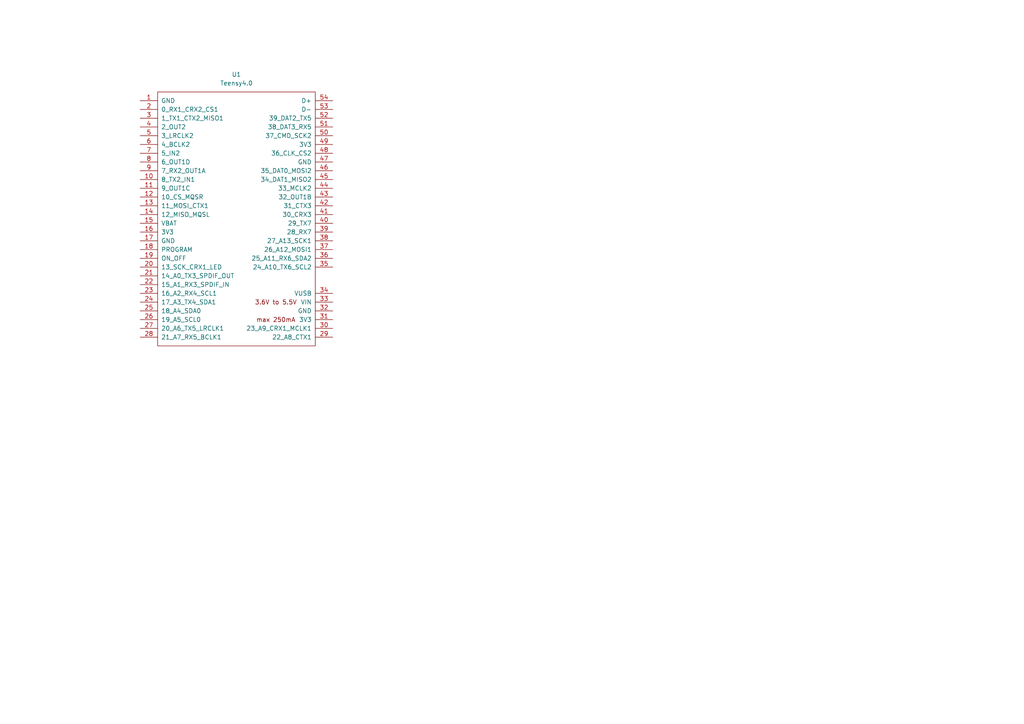
<source format=kicad_sch>
(kicad_sch (version 20211123) (generator eeschema)
  (paper "A4")
  (lib_symbols
    (symbol "Teensy:Teensy4.0" (pin_names (offset 1.016))
      (property "Reference" "U" (at 0 39.37 0))
      (property "Value" "Teensy4.0" (at 0 -39.37 0))
      (symbol "Teensy4.0_0_0"
        (text "3.6V to 5.5V" (at 11.43 -24.13 0) (effects (font (size 1.27 1.27))))
        (text "max 250mA" (at 11.43 -29.21 0) (effects (font (size 1.27 1.27))))
        (pin bidirectional line (at -27.94 11.43 0) (length 5.08) (name "8_TX2_IN1") (number "10"))
        (pin bidirectional line (at -27.94 8.89 0) (length 5.08) (name "9_OUT1C") (number "11"))
        (pin bidirectional line (at -27.94 6.35 0) (length 5.08) (name "10_CS_MQSR") (number "12"))
        (pin bidirectional line (at -27.94 3.81 0) (length 5.08) (name "11_MOSI_CTX1") (number "13"))
        (pin bidirectional line (at -27.94 1.27 0) (length 5.08) (name "12_MISO_MQSL") (number "14"))
        (pin power_in line (at -27.94 -1.27 0) (length 5.08) (name "VBAT") (number "15"))
        (pin power_in line (at -27.94 -3.81 0) (length 5.08) (name "3V3") (number "16"))
        (pin power_in line (at -27.94 -6.35 0) (length 5.08) (name "GND") (number "17"))
        (pin input line (at -27.94 -8.89 0) (length 5.08) (name "PROGRAM") (number "18"))
        (pin input line (at -27.94 -11.43 0) (length 5.08) (name "ON_OFF") (number "19"))
        (pin bidirectional line (at -27.94 -13.97 0) (length 5.08) (name "13_SCK_CRX1_LED") (number "20"))
        (pin bidirectional line (at -27.94 -16.51 0) (length 5.08) (name "14_A0_TX3_SPDIF_OUT") (number "21"))
        (pin bidirectional line (at -27.94 -19.05 0) (length 5.08) (name "15_A1_RX3_SPDIF_IN") (number "22"))
        (pin bidirectional line (at -27.94 -21.59 0) (length 5.08) (name "16_A2_RX4_SCL1") (number "23"))
        (pin bidirectional line (at -27.94 -24.13 0) (length 5.08) (name "17_A3_TX4_SDA1") (number "24"))
        (pin bidirectional line (at -27.94 -26.67 0) (length 5.08) (name "18_A4_SDA0") (number "25"))
        (pin bidirectional line (at -27.94 -29.21 0) (length 5.08) (name "19_A5_SCL0") (number "26"))
        (pin bidirectional line (at -27.94 -31.75 0) (length 5.08) (name "20_A6_TX5_LRCLK1") (number "27"))
        (pin bidirectional line (at -27.94 -34.29 0) (length 5.08) (name "21_A7_RX5_BCLK1") (number "28"))
        (pin bidirectional line (at 27.94 -34.29 180) (length 5.08) (name "22_A8_CTX1") (number "29"))
        (pin bidirectional line (at 27.94 -31.75 180) (length 5.08) (name "23_A9_CRX1_MCLK1") (number "30"))
        (pin power_out line (at 27.94 -29.21 180) (length 5.08) (name "3V3") (number "31"))
        (pin power_in line (at 27.94 -26.67 180) (length 5.08) (name "GND") (number "32"))
        (pin power_in line (at 27.94 -24.13 180) (length 5.08) (name "VIN") (number "33"))
        (pin power_out line (at 27.94 -21.59 180) (length 5.08) (name "VUSB") (number "34"))
        (pin bidirectional line (at 27.94 -13.97 180) (length 5.08) (name "24_A10_TX6_SCL2") (number "35"))
        (pin bidirectional line (at 27.94 -11.43 180) (length 5.08) (name "25_A11_RX6_SDA2") (number "36"))
        (pin bidirectional line (at 27.94 -8.89 180) (length 5.08) (name "26_A12_MOSI1") (number "37"))
        (pin bidirectional line (at 27.94 -6.35 180) (length 5.08) (name "27_A13_SCK1") (number "38"))
        (pin bidirectional line (at 27.94 -3.81 180) (length 5.08) (name "28_RX7") (number "39"))
        (pin bidirectional line (at 27.94 -1.27 180) (length 5.08) (name "29_TX7") (number "40"))
        (pin bidirectional line (at 27.94 1.27 180) (length 5.08) (name "30_CRX3") (number "41"))
        (pin bidirectional line (at 27.94 3.81 180) (length 5.08) (name "31_CTX3") (number "42"))
        (pin bidirectional line (at 27.94 6.35 180) (length 5.08) (name "32_OUT1B") (number "43"))
        (pin bidirectional line (at 27.94 8.89 180) (length 5.08) (name "33_MCLK2") (number "44"))
        (pin bidirectional line (at 27.94 11.43 180) (length 5.08) (name "34_DAT1_MISO2") (number "45"))
        (pin bidirectional line (at 27.94 13.97 180) (length 5.08) (name "35_DAT0_MOSI2") (number "46"))
        (pin power_out line (at 27.94 16.51 180) (length 5.08) (name "GND") (number "47"))
        (pin bidirectional line (at 27.94 19.05 180) (length 5.08) (name "36_CLK_CS2") (number "48"))
        (pin power_out line (at 27.94 21.59 180) (length 5.08) (name "3V3") (number "49"))
        (pin bidirectional line (at -27.94 24.13 0) (length 5.08) (name "3_LRCLK2") (number "5"))
        (pin bidirectional line (at 27.94 24.13 180) (length 5.08) (name "37_CMD_SCK2") (number "50"))
        (pin bidirectional line (at 27.94 26.67 180) (length 5.08) (name "38_DAT3_RX5") (number "51"))
        (pin bidirectional line (at 27.94 29.21 180) (length 5.08) (name "39_DAT2_TX5") (number "52"))
        (pin bidirectional line (at 27.94 31.75 180) (length 5.08) (name "D-") (number "53"))
        (pin bidirectional line (at 27.94 34.29 180) (length 5.08) (name "D+") (number "54"))
        (pin bidirectional line (at -27.94 21.59 0) (length 5.08) (name "4_BCLK2") (number "6"))
        (pin bidirectional line (at -27.94 19.05 0) (length 5.08) (name "5_IN2") (number "7"))
        (pin bidirectional line (at -27.94 16.51 0) (length 5.08) (name "6_OUT1D") (number "8"))
        (pin bidirectional line (at -27.94 13.97 0) (length 5.08) (name "7_RX2_OUT1A") (number "9"))
      )
      (symbol "Teensy4.0_0_1"
        (rectangle (start -22.86 36.83) (end 22.86 -36.83))
        (rectangle (start -20.32 -31.75) (end -20.32 -31.75))
      )
      (symbol "Teensy4.0_1_1"
        (pin power_in line (at -27.94 34.29 0) (length 5.08) (name "GND") (number "1"))
        (pin bidirectional line (at -27.94 31.75 0) (length 5.08) (name "0_RX1_CRX2_CS1") (number "2"))
        (pin bidirectional line (at -27.94 29.21 0) (length 5.08) (name "1_TX1_CTX2_MISO1") (number "3"))
        (pin bidirectional line (at -27.94 26.67 0) (length 5.08) (name "2_OUT2") (number "4"))
      )
    )
  )
  (symbol (lib_id "Teensy:Teensy4.0") (at 68.58 63.5 0) (unit 1)
    (property "Reference" "U1" (at 68.58 21.59 0))
    (property "Value" "Teensy4.0" (at 68.58 24.13 0))
  )
)
</source>
